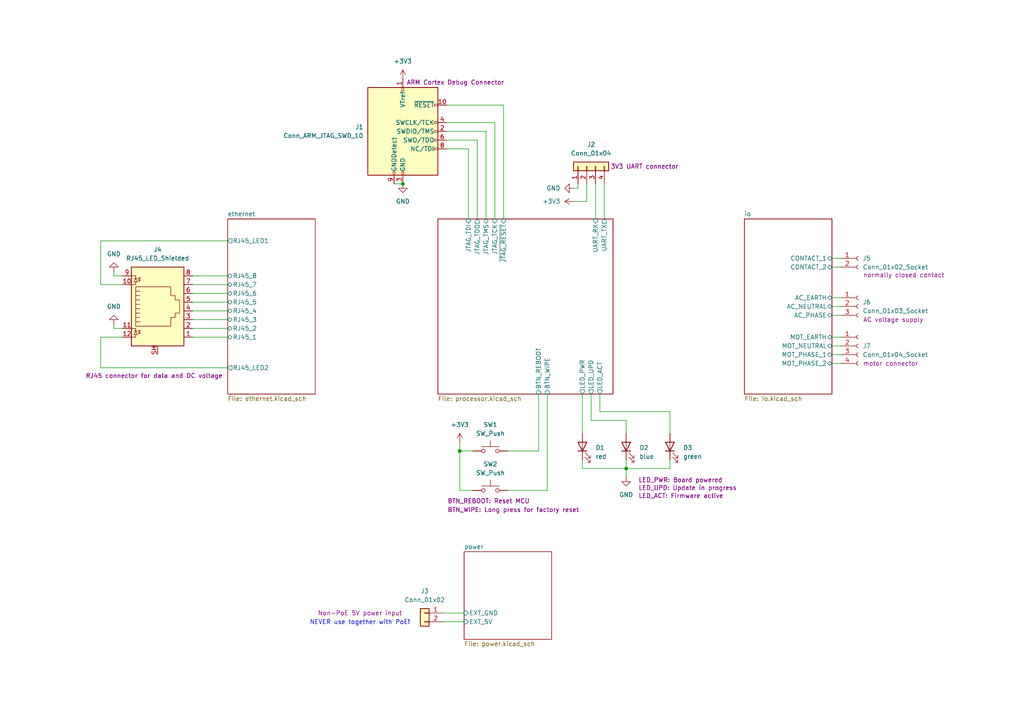
<source format=kicad_sch>
(kicad_sch (version 20231120) (generator "eeschema") (generator_version "8.0")
  (paper "A4")
  (title_block (title "iot-contact"))
  (lib_symbols
    (symbol "Connector:Conn_01x02_Socket" (pin_names (offset 1.016) hide)
      (property "Reference" "J" (at 0 2.54 0))
      (property "Value" "Conn_01x02_Socket" (at 0 -5.08 0))
      (symbol "Conn_01x02_Socket_1_1"
        (arc (start 0 -2.032) (mid -0.5058 -2.54) (end 0 -3.048) (stroke (width 0.1524)))
        (polyline (pts (xy -1.27 -2.54) (xy -0.508 -2.54)) (stroke (width 0.1524)))
        (polyline (pts (xy -1.27 0) (xy -0.508 0)) (stroke (width 0.1524)))
        (arc (start 0 0.508) (mid -0.5058 0) (end 0 -0.508) (stroke (width 0.1524)))
        (pin passive line (at -5.08 0 0) (length 3.81) (name "Pin_1") (number "1"))
        (pin passive line (at -5.08 -2.54 0) (length 3.81) (name "Pin_2") (number "2"))
      )
    )
    (symbol "Connector:Conn_01x03_Socket" (pin_names (offset 1.016) hide)
      (property "Reference" "J" (at 0 5.08 0))
      (property "Value" "Conn_01x03_Socket" (at 0 -5.08 0))
      (symbol "Conn_01x03_Socket_1_1"
        (arc (start 0 -2.032) (mid -0.5058 -2.54) (end 0 -3.048) (stroke (width 0.1524)))
        (polyline (pts (xy -1.27 -2.54) (xy -0.508 -2.54)) (stroke (width 0.1524)))
        (polyline (pts (xy -1.27 0) (xy -0.508 0)) (stroke (width 0.1524)))
        (polyline (pts (xy -1.27 2.54) (xy -0.508 2.54)) (stroke (width 0.1524)))
        (arc (start 0 0.508) (mid -0.5058 0) (end 0 -0.508) (stroke (width 0.1524)))
        (arc (start 0 3.048) (mid -0.5058 2.54) (end 0 2.032) (stroke (width 0.1524)))
        (pin passive line (at -5.08 2.54 0) (length 3.81) (name "Pin_1") (number "1"))
        (pin passive line (at -5.08 0 0) (length 3.81) (name "Pin_2") (number "2"))
        (pin passive line (at -5.08 -2.54 0) (length 3.81) (name "Pin_3") (number "3"))
      )
    )
    (symbol "Connector:Conn_01x04_Socket" (pin_names (offset 1.016) hide)
      (property "Reference" "J" (at 0 5.08 0))
      (property "Value" "Conn_01x04_Socket" (at 0 -7.62 0))
      (symbol "Conn_01x04_Socket_1_1"
        (arc (start 0 -4.572) (mid -0.5058 -5.08) (end 0 -5.588) (stroke (width 0.1524)))
        (arc (start 0 -2.032) (mid -0.5058 -2.54) (end 0 -3.048) (stroke (width 0.1524)))
        (polyline (pts (xy -1.27 -5.08) (xy -0.508 -5.08)) (stroke (width 0.1524)))
        (polyline (pts (xy -1.27 -2.54) (xy -0.508 -2.54)) (stroke (width 0.1524)))
        (polyline (pts (xy -1.27 0) (xy -0.508 0)) (stroke (width 0.1524)))
        (polyline (pts (xy -1.27 2.54) (xy -0.508 2.54)) (stroke (width 0.1524)))
        (arc (start 0 0.508) (mid -0.5058 0) (end 0 -0.508) (stroke (width 0.1524)))
        (arc (start 0 3.048) (mid -0.5058 2.54) (end 0 2.032) (stroke (width 0.1524)))
        (pin passive line (at -5.08 2.54 0) (length 3.81) (name "Pin_1") (number "1"))
        (pin passive line (at -5.08 0 0) (length 3.81) (name "Pin_2") (number "2"))
        (pin passive line (at -5.08 -2.54 0) (length 3.81) (name "Pin_3") (number "3"))
        (pin passive line (at -5.08 -5.08 0) (length 3.81) (name "Pin_4") (number "4"))
      )
    )
    (symbol "Connector:Conn_ARM_JTAG_SWD_10" (pin_names (offset 1.016))
      (property "Reference" "J" (at -2.54 16.51 0))
      (property "Value" "Conn_ARM_JTAG_SWD_10" (at -2.54 13.97 0))
      (symbol "Conn_ARM_JTAG_SWD_10_0_1"
        (rectangle (start -10.16 12.7) (end 10.16 -12.7) (stroke (width 0.254)) (fill (type background)))
        (rectangle (start -2.794 -12.7) (end -2.286 -11.684))
        (rectangle (start -0.254 -12.7) (end 0.254 -11.684))
        (rectangle (start -0.254 12.7) (end 0.254 11.684))
        (rectangle (start 9.144 2.286) (end 10.16 2.794))
        (rectangle (start 10.16 -2.794) (end 9.144 -2.286))
        (rectangle (start 10.16 -0.254) (end 9.144 0.254))
        (rectangle (start 10.16 7.874) (end 9.144 7.366))
      )
      (symbol "Conn_ARM_JTAG_SWD_10_1_1"
        (rectangle (start 9.144 -5.334) (end 10.16 -4.826))
        (pin power_in line (at 0 15.24 270) (length 2.54) (name "VTref") (number "1"))
        (pin open_collector line (at 12.7 7.62 180) (length 2.54) (name "~{RESET}") (number "10"))
        (pin bidirectional line (at 12.7 0 180) (length 2.54) (name "SWDIO/TMS") (number "2"))
        (pin power_in line (at 0 -15.24 90) (length 2.54) (name "GND") (number "3"))
        (pin output line (at 12.7 2.54 180) (length 2.54) (name "SWCLK/TCK") (number "4"))
        (pin passive line (at 0 -15.24 90) (length 2.54) hide (name "GND") (number "5"))
        (pin input line (at 12.7 -2.54 180) (length 2.54) (name "SWO/TDO") (number "6"))
        (pin no_connect line (at -10.16 0 0) (length 2.54) hide (name "KEY") (number "7"))
        (pin output line (at 12.7 -5.08 180) (length 2.54) (name "NC/TDI") (number "8"))
        (pin passive line (at -2.54 -15.24 90) (length 2.54) (name "GNDDetect") (number "9"))
      )
    )
    (symbol "Connector:RJ45_LED_Shielded" (pin_names (offset 1.016))
      (property "Reference" "J" (at -5.08 13.97 0))
      (property "Value" "RJ45_LED_Shielded" (at 1.27 13.97 0))
      (symbol "RJ45_LED_Shielded_0_1"
        (polyline (pts (xy -7.62 -7.62) (xy -6.35 -7.62)))
        (polyline (pts (xy -7.62 -5.08) (xy -6.35 -5.08)))
        (polyline (pts (xy -7.62 7.62) (xy -6.35 7.62)))
        (polyline (pts (xy -7.62 10.16) (xy -6.35 10.16)))
        (polyline (pts (xy -6.858 -5.842) (xy -5.842 -5.842)))
        (polyline (pts (xy -6.858 9.398) (xy -5.842 9.398)))
        (polyline (pts (xy -6.35 -7.62) (xy -6.35 -6.858)))
        (polyline (pts (xy -6.35 -5.08) (xy -6.35 -5.842)))
        (polyline (pts (xy -6.35 7.62) (xy -6.35 8.382)))
        (polyline (pts (xy -6.35 10.16) (xy -6.35 9.398)))
        (polyline (pts (xy -5.08 -6.223) (xy -5.207 -6.604)))
        (polyline (pts (xy -5.08 -5.588) (xy -5.207 -5.969)))
        (polyline (pts (xy -5.08 4.445) (xy -6.35 4.445)))
        (polyline (pts (xy -5.08 5.715) (xy -6.35 5.715)))
        (polyline (pts (xy -5.08 9.017) (xy -5.207 8.636)))
        (polyline (pts (xy -5.08 9.652) (xy -5.207 9.271)))
        (polyline (pts (xy -6.35 -3.175) (xy -5.08 -3.175) (xy -5.08 -3.175)))
        (polyline (pts (xy -6.35 -1.905) (xy -5.08 -1.905) (xy -5.08 -1.905)))
        (polyline (pts (xy -6.35 -0.635) (xy -5.08 -0.635) (xy -5.08 -0.635)))
        (polyline (pts (xy -6.35 0.635) (xy -5.08 0.635) (xy -5.08 0.635)))
        (polyline (pts (xy -6.35 1.905) (xy -5.08 1.905) (xy -5.08 1.905)))
        (polyline (pts (xy -5.588 -6.731) (xy -5.08 -6.223) (xy -5.461 -6.35)))
        (polyline (pts (xy -5.588 -6.096) (xy -5.08 -5.588) (xy -5.461 -5.715)))
        (polyline (pts (xy -5.588 8.509) (xy -5.08 9.017) (xy -5.461 8.89)))
        (polyline (pts (xy -5.588 9.144) (xy -5.08 9.652) (xy -5.461 9.525)))
        (polyline (pts (xy -5.08 3.175) (xy -6.35 3.175) (xy -6.35 3.175)))
        (polyline (pts (xy -6.35 -5.842) (xy -6.858 -6.858) (xy -5.842 -6.858) (xy -6.35 -5.842)))
        (polyline (pts (xy -6.35 9.398) (xy -6.858 8.382) (xy -5.842 8.382) (xy -6.35 9.398)))
        (polyline (pts (xy -6.35 -4.445) (xy -6.35 6.985) (xy 3.81 6.985) (xy 3.81 4.445) (xy 5.08 4.445) (xy 5.08 3.175) (xy 6.35 3.175) (xy 6.35 -0.635) (xy 5.08 -0.635) (xy 5.08 -1.905) (xy 3.81 -1.905) (xy 3.81 -4.445) (xy -6.35 -4.445) (xy -6.35 -4.445)))
        (rectangle (start 7.62 12.7) (end -7.62 -10.16) (stroke (width 0.254)) (fill (type background)))
      )
      (symbol "RJ45_LED_Shielded_1_1"
        (pin passive line (at 10.16 -7.62 180) (length 2.54) (name "~") (number "1"))
        (pin passive line (at -10.16 7.62 0) (length 2.54) (name "~") (number "10"))
        (pin passive line (at -10.16 -5.08 0) (length 2.54) (name "~") (number "11"))
        (pin passive line (at -10.16 -7.62 0) (length 2.54) (name "~") (number "12"))
        (pin passive line (at 10.16 -5.08 180) (length 2.54) (name "~") (number "2"))
        (pin passive line (at 10.16 -2.54 180) (length 2.54) (name "~") (number "3"))
        (pin passive line (at 10.16 0 180) (length 2.54) (name "~") (number "4"))
        (pin passive line (at 10.16 2.54 180) (length 2.54) (name "~") (number "5"))
        (pin passive line (at 10.16 5.08 180) (length 2.54) (name "~") (number "6"))
        (pin passive line (at 10.16 7.62 180) (length 2.54) (name "~") (number "7"))
        (pin passive line (at 10.16 10.16 180) (length 2.54) (name "~") (number "8"))
        (pin passive line (at -10.16 10.16 0) (length 2.54) (name "~") (number "9"))
        (pin passive line (at 0 -12.7 90) (length 2.54) (name "~") (number "SH"))
      )
    )
    (symbol "Connector_Generic:Conn_01x02" (pin_names (offset 1.016) hide)
      (property "Reference" "J" (at 0 2.54 0))
      (property "Value" "Conn_01x02" (at 0 -5.08 0))
      (symbol "Conn_01x02_1_1"
        (rectangle (start -1.27 -2.413) (end 0 -2.667) (stroke (width 0.1524)))
        (rectangle (start -1.27 0.127) (end 0 -0.127) (stroke (width 0.1524)))
        (rectangle (start -1.27 1.27) (end 1.27 -3.81) (stroke (width 0.254)) (fill (type background)))
        (pin passive line (at -5.08 0 0) (length 3.81) (name "Pin_1") (number "1"))
        (pin passive line (at -5.08 -2.54 0) (length 3.81) (name "Pin_2") (number "2"))
      )
    )
    (symbol "Connector_Generic:Conn_01x04" (pin_names (offset 1.016) hide)
      (property "Reference" "J" (at 0 5.08 0))
      (property "Value" "Conn_01x04" (at 0 -7.62 0))
      (symbol "Conn_01x04_1_1"
        (rectangle (start -1.27 -4.953) (end 0 -5.207) (stroke (width 0.1524)))
        (rectangle (start -1.27 -2.413) (end 0 -2.667) (stroke (width 0.1524)))
        (rectangle (start -1.27 0.127) (end 0 -0.127) (stroke (width 0.1524)))
        (rectangle (start -1.27 2.667) (end 0 2.413) (stroke (width 0.1524)))
        (rectangle (start -1.27 3.81) (end 1.27 -6.35) (stroke (width 0.254)) (fill (type background)))
        (pin passive line (at -5.08 2.54 0) (length 3.81) (name "Pin_1") (number "1"))
        (pin passive line (at -5.08 0 0) (length 3.81) (name "Pin_2") (number "2"))
        (pin passive line (at -5.08 -2.54 0) (length 3.81) (name "Pin_3") (number "3"))
        (pin passive line (at -5.08 -5.08 0) (length 3.81) (name "Pin_4") (number "4"))
      )
    )
    (symbol "Device:LED" (pin_numbers hide) (pin_names (offset 1.016) hide)
      (property "Reference" "D" (at 0 2.54 0))
      (property "Value" "LED" (at 0 -2.54 0))
      (symbol "LED_0_1"
        (polyline (pts (xy -1.27 -1.27) (xy -1.27 1.27)) (stroke (width 0.254)))
        (polyline (pts (xy -1.27 0) (xy 1.27 0)))
        (polyline (pts (xy 1.27 -1.27) (xy 1.27 1.27) (xy -1.27 0) (xy 1.27 -1.27)) (stroke (width 0.254)))
        (polyline (pts (xy -3.048 -0.762) (xy -4.572 -2.286) (xy -3.81 -2.286) (xy -4.572 -2.286) (xy -4.572 -1.524)))
        (polyline (pts (xy -1.778 -0.762) (xy -3.302 -2.286) (xy -2.54 -2.286) (xy -3.302 -2.286) (xy -3.302 -1.524)))
      )
      (symbol "LED_1_1"
        (pin passive line (at -3.81 0 0) (length 2.54) (name "K") (number "1"))
        (pin passive line (at 3.81 0 180) (length 2.54) (name "A") (number "2"))
      )
    )
    (symbol "Switch:SW_Push" (pin_numbers hide) (pin_names (offset 1.016) hide)
      (property "Reference" "SW" (at 1.27 2.54 0))
      (property "Value" "SW_Push" (at 0 -1.524 0))
      (symbol "SW_Push_0_1"
        (circle (center -2.032 0) (radius 0.508))
        (polyline (pts (xy 0 1.27) (xy 0 3.048)))
        (polyline (pts (xy 2.54 1.27) (xy -2.54 1.27)))
        (circle (center 2.032 0) (radius 0.508))
        (pin passive line (at -5.08 0 0) (length 2.54) (name "1") (number "1"))
        (pin passive line (at 5.08 0 180) (length 2.54) (name "2") (number "2"))
      )
    )
    (symbol "power:+3V3" (power) (pin_numbers hide) (pin_names (offset 0) hide)
      (property "Value" "+3V3" (at 0 3.556 0))
      (symbol "+3V3_0_1"
        (polyline (pts (xy -0.762 1.27) (xy 0 2.54)))
        (polyline (pts (xy 0 0) (xy 0 2.54)))
        (polyline (pts (xy 0 2.54) (xy 0.762 1.27)))
      )
      (symbol "+3V3_1_1"
        (pin power_in line (at 0 0 90) (length 0) (name "~") (number "1"))
      )
    )
    (symbol "power:GND" (power) (pin_numbers hide) (pin_names (offset 0) hide)
      (property "Value" "GND" (at 0 -3.81 0))
      (symbol "GND_0_1"
        (polyline (pts (xy 0 0) (xy 0 -1.27) (xy 1.27 -1.27) (xy 0 -2.54) (xy -1.27 -1.27) (xy 0 -1.27)))
      )
      (symbol "GND_1_1"
        (pin power_in line (at 0 0 270) (length 0) (name "~") (number "1"))
      )
    )
  )
  (junction (at 181.61 135.89))
  (junction (at 133.35 130.81))
  (junction (at 116.84 53.34))
  (wire (pts (xy 181.61 135.89) (xy 181.61 138.43)))
  (wire (pts (xy 138.43 40.64) (xy 138.43 63.5)))
  (wire (pts (xy 29.21 82.55) (xy 35.56 82.55)))
  (wire (pts (xy 181.61 133.35) (xy 181.61 135.89)))
  (wire (pts (xy 55.88 80.01) (xy 66.04 80.01)))
  (wire (pts (xy 33.02 80.01) (xy 35.56 80.01)))
  (wire (pts (xy 241.3 102.87) (xy 243.84 102.87)))
  (wire (pts (xy 170.18 58.42) (xy 166.37 58.42)))
  (wire (pts (xy 129.54 35.56) (xy 143.51 35.56)))
  (wire (pts (xy 181.61 121.92) (xy 181.61 125.73)))
  (wire (pts (xy 129.54 30.48) (xy 146.05 30.48)))
  (wire (pts (xy 146.05 30.48) (xy 146.05 63.5)))
  (wire (pts (xy 156.21 114.3) (xy 156.21 130.81)))
  (wire (pts (xy 133.35 130.81) (xy 133.35 142.24)))
  (wire (pts (xy 241.3 97.79) (xy 243.84 97.79)))
  (wire (pts (xy 158.75 114.3) (xy 158.75 142.24)))
  (wire (pts (xy 55.88 85.09) (xy 66.04 85.09)))
  (wire (pts (xy 168.91 135.89) (xy 181.61 135.89)))
  (wire (pts (xy 33.02 93.98) (xy 33.02 95.25)))
  (wire (pts (xy 114.3 53.34) (xy 116.84 53.34)))
  (wire (pts (xy 168.91 114.3) (xy 168.91 125.73)))
  (wire (pts (xy 173.99 114.3) (xy 173.99 119.38)))
  (wire (pts (xy 129.54 40.64) (xy 138.43 40.64)))
  (wire (pts (xy 137.16 142.24) (xy 133.35 142.24)))
  (wire (pts (xy 166.37 54.61) (xy 167.64 54.61)))
  (wire (pts (xy 170.18 53.34) (xy 170.18 58.42)))
  (wire (pts (xy 133.35 130.81) (xy 133.35 128.27)))
  (wire (pts (xy 129.54 43.18) (xy 135.89 43.18)))
  (wire (pts (xy 241.3 74.93) (xy 243.84 74.93)))
  (wire (pts (xy 55.88 82.55) (xy 66.04 82.55)))
  (wire (pts (xy 241.3 91.44) (xy 243.84 91.44)))
  (wire (pts (xy 55.88 97.79) (xy 66.04 97.79)))
  (wire (pts (xy 167.64 54.61) (xy 167.64 53.34)))
  (wire (pts (xy 140.97 38.1) (xy 140.97 63.5)))
  (wire (pts (xy 33.02 78.74) (xy 33.02 80.01)))
  (wire (pts (xy 173.99 119.38) (xy 194.31 119.38)))
  (wire (pts (xy 194.31 119.38) (xy 194.31 125.73)))
  (wire (pts (xy 194.31 133.35) (xy 194.31 135.89)))
  (wire (pts (xy 194.31 135.89) (xy 181.61 135.89)))
  (wire (pts (xy 29.21 97.79) (xy 35.56 97.79)))
  (wire (pts (xy 168.91 133.35) (xy 168.91 135.89)))
  (wire (pts (xy 158.75 142.24) (xy 147.32 142.24)))
  (wire (pts (xy 143.51 35.56) (xy 143.51 63.5)))
  (wire (pts (xy 172.72 53.34) (xy 172.72 63.5)))
  (wire (pts (xy 171.45 114.3) (xy 171.45 121.92)))
  (wire (pts (xy 55.88 87.63) (xy 66.04 87.63)))
  (wire (pts (xy 129.54 38.1) (xy 140.97 38.1)))
  (wire (pts (xy 241.3 88.9) (xy 243.84 88.9)))
  (wire (pts (xy 241.3 100.33) (xy 243.84 100.33)))
  (wire (pts (xy 135.89 43.18) (xy 135.89 63.5)))
  (wire (pts (xy 171.45 121.92) (xy 181.61 121.92)))
  (wire (pts (xy 55.88 95.25) (xy 66.04 95.25)))
  (wire (pts (xy 128.27 177.8) (xy 134.62 177.8)))
  (wire (pts (xy 137.16 130.81) (xy 133.35 130.81)))
  (wire (pts (xy 128.27 180.34) (xy 134.62 180.34)))
  (wire (pts (xy 175.26 53.34) (xy 175.26 63.5)))
  (wire (pts (xy 241.3 77.47) (xy 243.84 77.47)))
  (wire (pts (xy 29.21 69.85) (xy 29.21 82.55)))
  (wire (pts (xy 156.21 130.81) (xy 147.32 130.81)))
  (wire (pts (xy 241.3 105.41) (xy 243.84 105.41)))
  (wire (pts (xy 55.88 90.17) (xy 66.04 90.17)))
  (wire (pts (xy 241.3 86.36) (xy 243.84 86.36)))
  (wire (pts (xy 33.02 95.25) (xy 35.56 95.25)))
  (wire (pts (xy 55.88 92.71) (xy 66.04 92.71)))
  (wire (pts (xy 29.21 106.68) (xy 29.21 97.79)))
  (wire (pts (xy 66.04 69.85) (xy 29.21 69.85)))
  (wire (pts (xy 66.04 106.68) (xy 29.21 106.68)))
  (text "NEVER use together with PoE!" (at 104.394 180.594 0) (effects (font (size 1.27 1.27))))
  (symbol (lib_id "power:GND") (at 33.02 93.98 180) (unit 1)
    (property "Reference" "#PWR08" (effects (hide yes)))
    (property "Value" "GND" (at 33.02 88.9 0))
    (property "Description" "Power symbol creates a global label with name \"GND\" , ground" (effects (hide yes)))
  )
  (symbol (lib_id "Switch:SW_Push") (at 142.24 130.81 0) (mirror y) (unit 1)
    (property "Reference" "SW1" (at 142.24 123.19 0))
    (property "Value" "SW_Push" (at 142.24 125.73 0))
    (property "Footprint" "Button_Switch_SMD:SW_SPST_TL3305B" (effects (hide yes)))
    (property "Datasheet" "https://www.e-switch.com/wp-content/uploads/2024/08/TL3305.pdf" (effects (hide yes)))
    (property "Description" "BTN_REBOOT: Reset MCU" (at 129.794 145.288 0) (effects (justify right)))
    (property "MPN" "TL3305BF260QG" (effects (hide yes)))
    (property "Manufacturer" "E-Switch" (effects (hide yes)))
  )
  (symbol (lib_id "Connector:RJ45_LED_Shielded") (at 45.72 90.17 0) (unit 1)
    (property "Reference" "J4" (at 45.72 72.39 0))
    (property "Value" "RJ45_LED_Shielded" (at 45.72 74.93 0))
    (property "Footprint" "Connector_RJ:RJ45_BEL_SS74301-00x_Vertical" (effects (hide yes)))
    (property "Datasheet" "https://www.cinch.com/media/datasheets/products/ethernet-usb/ds-stw-2.5g-connectors.pdf" (effects (hide yes)))
    (property "Description" "RJ45 connector for data and DC voltage" (at 44.704 108.966 0))
    (property "MPN" "SS-74301-001" (effects (hide yes)))
    (property "Manufacturer" "Stewart Connector" (effects (hide yes)))
  )
  (symbol (lib_id "Switch:SW_Push") (at 142.24 142.24 0) (mirror y) (unit 1)
    (property "Reference" "SW2" (at 142.24 134.62 0))
    (property "Value" "SW_Push" (at 142.24 137.16 0))
    (property "Footprint" "Button_Switch_SMD:SW_SPST_TL3305B" (effects (hide yes)))
    (property "Datasheet" "https://www.e-switch.com/wp-content/uploads/2024/08/TL3305.pdf" (effects (hide yes)))
    (property "Description" "BTN_WIPE: Long press for factory reset" (at 129.794 147.828 0) (effects (justify right)))
    (property "MPN" "TL3305BF260QG" (effects (hide yes)))
    (property "Manufacturer" "E-Switch" (effects (hide yes)))
  )
  (symbol (lib_id "Device:LED") (at 181.61 129.54 90) (unit 1)
    (property "Reference" "D2" (at 185.42 129.8574 90) (effects (justify right)))
    (property "Value" "blue" (at 185.42 132.3974 90) (effects (justify right)))
    (property "Footprint" "LED_SMD:LED_1206_3216Metric" (effects (hide yes)))
    (property "Datasheet" "https://s3-us-west-2.amazonaws.com/catsy.557/Dialight_CBI_data_598-1206_Apr2018.pdf" (effects (hide yes)))
    (property "Description" "LED_UPD: Update in progress" (at 185.166 141.478 90) (effects (justify right)))
    (property "MPN" "598-8291-107F" (effects (hide yes)))
    (property "Manufacturer" "Dialight" (effects (hide yes)))
  )
  (symbol (lib_id "Connector_Generic:Conn_01x04") (at 170.18 48.26 90) (unit 1)
    (property "Reference" "J2" (at 171.45 41.91 90))
    (property "Value" "Conn_01x04" (at 171.45 44.45 90))
    (property "Footprint" "Connector_PinHeader_2.54mm:PinHeader_1x04_P2.54mm_Vertical" (effects (hide yes)))
    (property "Description" "3V3 UART connector" (at 186.944 48.26 90))
  )
  (symbol (lib_id "power:+3V3") (at 133.35 128.27 0) (mirror y) (unit 1)
    (property "Reference" "#PWR04" (effects (hide yes)))
    (property "Value" "+3V3" (at 133.35 123.19 0))
    (property "Description" "Power symbol creates a global label with name \"+3V3\"" (effects (hide yes)))
  )
  (symbol (lib_id "Connector:Conn_ARM_JTAG_SWD_10") (at 116.84 38.1 0) (unit 1)
    (property "Reference" "J1" (at 105.41 36.8299 0) (effects (justify right)))
    (property "Value" "Conn_ARM_JTAG_SWD_10" (at 105.41 39.3699 0) (effects (justify right)))
    (property "Datasheet" "https://mm.digikey.com/Volume0/opasdata/d220001/medias/docus/6209/ftsh-1xx-xx-xxx-dv-xxx-xxx-x-xx-mkt.pdf" (effects (hide yes)))
    (property "Description" "ARM Cortex Debug Connector" (at 132.08 23.876 0))
    (property "MPN" "FTSH-105-01-L-DV-007-K-TR" (effects (hide yes)))
    (property "Manufacturer" "samtec" (effects (hide yes)))
  )
  (symbol (lib_id "Connector_Generic:Conn_01x02") (at 123.19 177.8 0) (mirror y) (unit 1)
    (property "Reference" "J3" (at 123.19 171.45 0))
    (property "Value" "Conn_01x02" (at 123.19 173.99 0))
    (property "Footprint" "Connector_PinHeader_2.54mm:PinHeader_1x02_P2.54mm_Vertical" (effects (hide yes)))
    (property "Description" "Non-PoE 5V power input" (at 104.394 177.8 0))
  )
  (symbol (lib_id "power:+3V3") (at 166.37 58.42 90) (unit 1)
    (property "Reference" "#PWR06" (effects (hide yes)))
    (property "Value" "+3V3" (at 162.56 58.4199 90) (effects (justify left)))
    (property "Description" "Power symbol creates a global label with name \"+3V3\"" (effects (hide yes)))
  )
  (symbol (lib_id "Device:LED") (at 194.31 129.54 90) (unit 1)
    (property "Reference" "D3" (at 198.12 129.8574 90) (effects (justify right)))
    (property "Value" "green" (at 198.12 132.3974 90) (effects (justify right)))
    (property "Footprint" "LED_SMD:LED_1206_3216Metric" (effects (hide yes)))
    (property "Datasheet" "https://s3-us-west-2.amazonaws.com/catsy.557/Dialight_CBI_data_598-1206_Apr2018.pdf" (effects (hide yes)))
    (property "Description" "LED_ACT: Firmware active" (at 185.166 143.764 90) (effects (justify right)))
    (property "MPN" "598-8270-107F" (effects (hide yes)))
    (property "Manufacturer" "Dialight" (effects (hide yes)))
  )
  (symbol (lib_id "power:GND") (at 116.84 53.34 0) (unit 1)
    (property "Reference" "#PWR02" (effects (hide yes)))
    (property "Value" "GND" (at 116.84 58.42 0))
    (property "Description" "Power symbol creates a global label with name \"GND\" , ground" (effects (hide yes)))
  )
  (symbol (lib_id "Connector:Conn_01x02_Socket") (at 248.92 74.93 0) (unit 1)
    (property "Reference" "J5" (at 250.19 74.9299 0) (effects (justify left)))
    (property "Value" "Conn_01x02_Socket" (at 250.19 77.4699 0) (effects (justify left)))
    (property "Footprint" "TerminalBlock_WAGO:TerminalBlock_WAGO_236-402_1x02_P5.00mm_45Degree" (effects (hide yes)))
    (property "Description" "normally closed contact" (at 262.128 79.756 0))
    (property "MPN" "236-402" (effects (hide yes)))
    (property "Manufacturer" "WAGO Corporation" (effects (hide yes)))
  )
  (symbol (lib_id "Connector:Conn_01x03_Socket") (at 248.92 88.9 0) (unit 1)
    (property "Reference" "J6" (at 250.19 87.6299 0) (effects (justify left)))
    (property "Value" "Conn_01x03_Socket" (at 250.19 90.1699 0) (effects (justify left)))
    (property "Footprint" "TerminalBlock_WAGO:TerminalBlock_WAGO_236-403_1x03_P5.00mm_45Degree" (effects (hide yes)))
    (property "Description" "AC voltage supply" (at 259.08 92.71 0))
    (property "MPN" "236-403" (effects (hide yes)))
    (property "Manufacturer" "WAGO Corporation" (effects (hide yes)))
  )
  (symbol (lib_id "power:GND") (at 181.61 138.43 0) (unit 1)
    (property "Reference" "#PWR03" (effects (hide yes)))
    (property "Value" "GND" (at 181.61 143.51 0))
    (property "Description" "Power symbol creates a global label with name \"GND\" , ground" (effects (hide yes)))
  )
  (symbol (lib_id "power:GND") (at 166.37 54.61 270) (unit 1)
    (property "Reference" "#PWR05" (effects (hide yes)))
    (property "Value" "GND" (at 162.56 54.6099 90) (effects (justify right)))
    (property "Description" "Power symbol creates a global label with name \"GND\" , ground" (effects (hide yes)))
  )
  (symbol (lib_id "power:+3V3") (at 116.84 22.86 0) (unit 1)
    (property "Reference" "#PWR01" (effects (hide yes)))
    (property "Value" "+3V3" (at 116.84 17.78 0))
    (property "Description" "Power symbol creates a global label with name \"+3V3\"" (effects (hide yes)))
  )
  (symbol (lib_id "Device:LED") (at 168.91 129.54 90) (unit 1)
    (property "Reference" "D1" (at 172.72 129.8574 90) (effects (justify right)))
    (property "Value" "red" (at 172.72 132.3974 90) (effects (justify right)))
    (property "Footprint" "LED_SMD:LED_1206_3216Metric" (effects (hide yes)))
    (property "Datasheet" "https://s3-us-west-2.amazonaws.com/catsy.557/Dialight_CBI_data_598-1206_Apr2018.pdf" (effects (hide yes)))
    (property "Description" "LED_PWR: Board powered" (at 185.166 139.192 90) (effects (justify right)))
    (property "MPN" "598-8210-107F" (effects (hide yes)))
    (property "Manufacturer" "Dialight" (effects (hide yes)))
  )
  (symbol (lib_id "Connector:Conn_01x04_Socket") (at 248.92 100.33 0) (unit 1)
    (property "Reference" "J7" (at 250.19 100.3299 0) (effects (justify left)))
    (property "Value" "Conn_01x04_Socket" (at 250.19 102.8699 0) (effects (justify left)))
    (property "Footprint" "TerminalBlock_WAGO:TerminalBlock_WAGO_236-404_1x04_P5.00mm_45Degree" (effects (hide yes)))
    (property "Description" "motor connector" (at 258.318 105.41 0))
    (property "MPN" "236-404" (effects (hide yes)))
    (property "Manufacturer" "WAGO Corporation" (effects (hide yes)))
  )
  (symbol (lib_id "power:GND") (at 33.02 78.74 180) (unit 1)
    (property "Reference" "#PWR07" (effects (hide yes)))
    (property "Value" "GND" (at 33.02 73.66 0))
    (property "Description" "Power symbol creates a global label with name \"GND\" , ground" (effects (hide yes)))
  )
  (sheet (at 66.04 63.5) (size 25.4 50.8) (stroke (width 0.1524))
    (property "Sheetname" "ethernet" (at 66.04 62.7884 0) (effects (justify left bottom)))
    (property "Sheetfile" "ethernet.kicad_sch" (at 66.04 114.8846 0) (effects (justify left top)))
    (pin "RJ45_1" bidirectional (at 66.04 97.79 180))
    (pin "RJ45_2" bidirectional (at 66.04 95.25 180))
    (pin "RJ45_3" bidirectional (at 66.04 92.71 180))
    (pin "RJ45_4" bidirectional (at 66.04 90.17 180))
    (pin "RJ45_5" bidirectional (at 66.04 87.63 180))
    (pin "RJ45_6" bidirectional (at 66.04 85.09 180))
    (pin "RJ45_7" bidirectional (at 66.04 82.55 180))
    (pin "RJ45_8" bidirectional (at 66.04 80.01 180))
    (pin "RJ45_LED1" output (at 66.04 69.85 180))
    (pin "RJ45_LED2" output (at 66.04 106.68 180))
  )
  (sheet (at 215.9 63.5) (size 25.4 50.8) (stroke (width 0.1524))
    (property "Sheetname" "io" (at 215.9 62.7884 0) (effects (justify left bottom)))
    (property "Sheetfile" "io.kicad_sch" (at 215.9 114.8846 0) (effects (justify left top)))
    (pin "AC_EARTH" bidirectional (at 241.3 86.36 0))
    (pin "AC_NEUTRAL" bidirectional (at 241.3 88.9 0))
    (pin "AC_PHASE" bidirectional (at 241.3 91.44 0))
    (pin "MOT_EARTH" bidirectional (at 241.3 97.79 0))
    (pin "MOT_NEUTRAL" bidirectional (at 241.3 100.33 0))
    (pin "MOT_PHASE_1" bidirectional (at 241.3 102.87 0))
    (pin "MOT_PHASE_2" bidirectional (at 241.3 105.41 0))
    (pin "CONTACT_1" bidirectional (at 241.3 74.93 0))
    (pin "CONTACT_2" bidirectional (at 241.3 77.47 0))
  )
  (sheet (at 127 63.5) (size 50.8 50.8) (stroke (width 0.1524))
    (property "Sheetname" "processor" (effects (hide yes)))
    (property "Sheetfile" "processor.kicad_sch" (at 127 114.8846 0) (effects (justify left top)))
    (pin "JTAG_TDI" input (at 135.89 63.5 90))
    (pin "JTAG_TDO" output (at 138.43 63.5 90))
    (pin "~{JTAG_RESET}" input (at 146.05 63.5 90))
    (pin "JTAG_TMS" bidirectional (at 140.97 63.5 90))
    (pin "JTAG_TCK" input (at 143.51 63.5 90))
    (pin "UART_RX" input (at 172.72 63.5 90))
    (pin "UART_TX" output (at 175.26 63.5 90))
    (pin "LED_UPD" output (at 171.45 114.3 270))
    (pin "LED_PWR" output (at 168.91 114.3 270))
    (pin "BTN_REBOOT" input (at 156.21 114.3 270))
    (pin "BTN_WIPE" input (at 158.75 114.3 270))
    (pin "LED_ACT" output (at 173.99 114.3 270))
  )
  (sheet (at 134.62 160.02) (size 25.4 25.4) (stroke (width 0.1524))
    (property "Sheetname" "power" (at 134.62 159.3084 0) (effects (justify left bottom)))
    (property "Sheetfile" "power.kicad_sch" (at 134.62 186.0046 0) (effects (justify left top)))
    (pin "EXT_5V" input (at 134.62 180.34 180))
    (pin "EXT_GND" input (at 134.62 177.8 180))
  )
)
</source>
